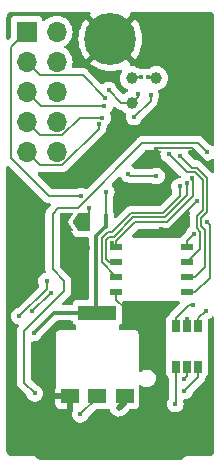
<source format=gbl>
G04 #@! TF.GenerationSoftware,KiCad,Pcbnew,7.0.1-3b83917a11~172~ubuntu22.04.1*
G04 #@! TF.CreationDate,2023-04-10T17:36:39+00:00*
G04 #@! TF.ProjectId,ducklace,6475636b-6c61-4636-952e-6b696361645f,rev?*
G04 #@! TF.SameCoordinates,Original*
G04 #@! TF.FileFunction,Copper,L2,Bot*
G04 #@! TF.FilePolarity,Positive*
%FSLAX46Y46*%
G04 Gerber Fmt 4.6, Leading zero omitted, Abs format (unit mm)*
G04 Created by KiCad (PCBNEW 7.0.1-3b83917a11~172~ubuntu22.04.1) date 2023-04-10 17:36:39*
%MOMM*%
%LPD*%
G01*
G04 APERTURE LIST*
G04 Aperture macros list*
%AMFreePoly0*
4,1,6,1.000000,0.000000,0.500000,-0.750000,-0.500000,-0.750000,-0.500000,0.750000,0.500000,0.750000,1.000000,0.000000,1.000000,0.000000,$1*%
%AMFreePoly1*
4,1,6,0.500000,-0.750000,-0.650000,-0.750000,-0.150000,0.000000,-0.650000,0.750000,0.500000,0.750000,0.500000,-0.750000,0.500000,-0.750000,$1*%
G04 Aperture macros list end*
G04 #@! TA.AperFunction,ComponentPad*
%ADD10R,1.700000X1.700000*%
G04 #@! TD*
G04 #@! TA.AperFunction,ComponentPad*
%ADD11O,1.700000X1.700000*%
G04 #@! TD*
G04 #@! TA.AperFunction,ComponentPad*
%ADD12C,0.700000*%
G04 #@! TD*
G04 #@! TA.AperFunction,ComponentPad*
%ADD13C,4.400000*%
G04 #@! TD*
G04 #@! TA.AperFunction,SMDPad,CuDef*
%ADD14C,1.000000*%
G04 #@! TD*
G04 #@! TA.AperFunction,SMDPad,CuDef*
%ADD15R,0.650000X1.000000*%
G04 #@! TD*
G04 #@! TA.AperFunction,SMDPad,CuDef*
%ADD16FreePoly0,180.000000*%
G04 #@! TD*
G04 #@! TA.AperFunction,SMDPad,CuDef*
%ADD17FreePoly1,180.000000*%
G04 #@! TD*
G04 #@! TA.AperFunction,SMDPad,CuDef*
%ADD18R,1.050000X0.595000*%
G04 #@! TD*
G04 #@! TA.AperFunction,SMDPad,CuDef*
%ADD19R,1.500000X1.200000*%
G04 #@! TD*
G04 #@! TA.AperFunction,SMDPad,CuDef*
%ADD20R,3.200000X1.250000*%
G04 #@! TD*
G04 #@! TA.AperFunction,ViaPad*
%ADD21C,0.400000*%
G04 #@! TD*
G04 #@! TA.AperFunction,Conductor*
%ADD22C,0.500000*%
G04 #@! TD*
G04 #@! TA.AperFunction,Conductor*
%ADD23C,0.200000*%
G04 #@! TD*
G04 #@! TA.AperFunction,Conductor*
%ADD24C,0.300000*%
G04 #@! TD*
G04 APERTURE END LIST*
D10*
G04 #@! TO.P,J2,1,Pin_1*
G04 #@! TO.N,+5V*
X90800000Y-82555000D03*
D11*
G04 #@! TO.P,J2,2,Pin_2*
G04 #@! TO.N,+3V3*
X93340000Y-82555000D03*
G04 #@! TO.P,J2,3,Pin_3*
G04 #@! TO.N,/EXP_RX*
X90800000Y-85095000D03*
G04 #@! TO.P,J2,4,Pin_4*
G04 #@! TO.N,unconnected-(J2-Pin_4-Pad4)*
X93340000Y-85095000D03*
G04 #@! TO.P,J2,5,Pin_5*
G04 #@! TO.N,/EXP_~{CS}*
X90800000Y-87635000D03*
G04 #@! TO.P,J2,6,Pin_6*
G04 #@! TO.N,/EXP_SDA*
X93340000Y-87635000D03*
G04 #@! TO.P,J2,7,Pin_7*
G04 #@! TO.N,/EXP_SCK*
X90800000Y-90175000D03*
G04 #@! TO.P,J2,8,Pin_8*
G04 #@! TO.N,/EXP_SCL*
X93340000Y-90175000D03*
G04 #@! TO.P,J2,9,Pin_9*
G04 #@! TO.N,/EXP_TX*
X90800000Y-92715000D03*
G04 #@! TO.P,J2,10,Pin_10*
G04 #@! TO.N,GND*
X93340000Y-92715000D03*
G04 #@! TD*
D12*
G04 #@! TO.P,H1,1,1*
G04 #@! TO.N,GND*
X96250000Y-83180000D03*
X96733274Y-82013274D03*
X96733274Y-84346726D03*
X97900000Y-81530000D03*
D13*
X97900000Y-83180000D03*
D12*
X97900000Y-84830000D03*
X99066726Y-82013274D03*
X99066726Y-84346726D03*
X99550000Y-83180000D03*
G04 #@! TD*
D14*
G04 #@! TO.P,CLK,1,1*
G04 #@! TO.N,/SWCLK*
X101800000Y-86480000D03*
G04 #@! TD*
G04 #@! TO.P,SWD,1,1*
G04 #@! TO.N,/SWD*
X99700000Y-86480000D03*
G04 #@! TD*
D15*
G04 #@! TO.P,U4,1,I/O1*
G04 #@! TO.N,/USBDP*
X105350000Y-107452800D03*
G04 #@! TO.P,U4,2,GND*
G04 #@! TO.N,GND*
X104400000Y-107452800D03*
G04 #@! TO.P,U4,3,I/O2*
G04 #@! TO.N,/USBDM*
X103450000Y-107452800D03*
G04 #@! TO.P,U4,4,I/O2*
G04 #@! TO.N,/D-*
X103450000Y-110907200D03*
G04 #@! TO.P,U4,5,VBUS*
G04 #@! TO.N,+5V*
X104400000Y-110907200D03*
G04 #@! TO.P,U4,6,I/O1*
G04 #@! TO.N,/D+*
X105350000Y-110907200D03*
G04 #@! TD*
D16*
G04 #@! TO.P,BOOT,1,A*
G04 #@! TO.N,/~{USB_BOOT}*
X95625000Y-98680000D03*
D17*
G04 #@! TO.P,BOOT,2,B*
G04 #@! TO.N,GND*
X94175000Y-98680000D03*
G04 #@! TD*
D14*
G04 #@! TO.P,RST,1,1*
G04 #@! TO.N,/RST*
X99700000Y-88580000D03*
G04 #@! TD*
D18*
G04 #@! TO.P,U3,1,~{CS}*
G04 #@! TO.N,/FLASH_CS*
X98375000Y-100775000D03*
G04 #@! TO.P,U3,2,DO(IO1)*
G04 #@! TO.N,/FLASH_SD1*
X98375000Y-102045000D03*
G04 #@! TO.P,U3,3,IO2*
G04 #@! TO.N,/FLASH_SD2*
X98375000Y-103315000D03*
G04 #@! TO.P,U3,4,GND*
G04 #@! TO.N,GND*
X98375000Y-104585000D03*
G04 #@! TO.P,U3,5,DI(IO0)*
G04 #@! TO.N,/FLASH_SD0*
X104425000Y-104582500D03*
G04 #@! TO.P,U3,6,CLK*
G04 #@! TO.N,/FLASH_CLK*
X104425000Y-103315000D03*
G04 #@! TO.P,U3,7,IO3*
G04 #@! TO.N,/FLASH_SD3*
X104425000Y-102045000D03*
G04 #@! TO.P,U3,8,VCC*
G04 #@! TO.N,+3V3*
X104425000Y-100775000D03*
G04 #@! TD*
D19*
G04 #@! TO.P,U2,1,GND*
G04 #@! TO.N,GND*
X94500000Y-113430000D03*
G04 #@! TO.P,U2,2,VO*
G04 #@! TO.N,+3V3*
X96800000Y-113430000D03*
D20*
X96800000Y-106355000D03*
D19*
G04 #@! TO.P,U2,3,VI*
G04 #@! TO.N,+5V*
X99100000Y-113430000D03*
G04 #@! TD*
D21*
G04 #@! TO.N,+5V*
X98600000Y-114380000D03*
X104100000Y-111980000D03*
X95400000Y-96480000D03*
G04 #@! TO.N,GND*
X105200000Y-96880000D03*
X92500000Y-95000000D03*
X94400000Y-105350000D03*
X96000000Y-100900000D03*
X101750000Y-92500000D03*
X103896800Y-89383200D03*
X103000000Y-87880000D03*
X91150000Y-96400000D03*
X106400000Y-94000000D03*
X101700000Y-106550000D03*
X101100000Y-110000000D03*
X91500000Y-110180000D03*
X104400000Y-106880000D03*
X94250000Y-100250000D03*
X98650000Y-96750000D03*
X102200000Y-99230000D03*
X99100000Y-105980000D03*
X101000000Y-113780000D03*
G04 #@! TO.N,+3V3*
X97500000Y-98130000D03*
X97550000Y-96100000D03*
X95366778Y-114962111D03*
X101800000Y-94780000D03*
X105000000Y-99680000D03*
X91400000Y-108080000D03*
X99400000Y-94580000D03*
G04 #@! TO.N,+1V1*
X99900000Y-89780000D03*
X101300500Y-87903230D03*
G04 #@! TO.N,/~{USB_BOOT}*
X96050000Y-97450000D03*
G04 #@! TO.N,/FLASH_CS*
X104837114Y-94957317D03*
X98053233Y-100403383D03*
G04 #@! TO.N,/USBDP*
X106000000Y-106180000D03*
G04 #@! TO.N,/USBDM*
X104900000Y-105680000D03*
G04 #@! TO.N,/RST*
X97750000Y-87500000D03*
X100200000Y-87812047D03*
G04 #@! TO.N,/SD_~{CS}*
X91300000Y-106230498D03*
X92906504Y-104686504D03*
G04 #@! TO.N,/SD_COPI*
X90200000Y-106629502D03*
X92499500Y-103680000D03*
G04 #@! TO.N,/SWCLK*
X101100000Y-86380000D03*
G04 #@! TO.N,/SWD*
X100500501Y-86381770D03*
G04 #@! TO.N,/FLASH_SD3*
X102849313Y-92929312D03*
G04 #@! TO.N,/FLASH_CLK*
X103803809Y-93076191D03*
G04 #@! TO.N,/FLASH_SD0*
X106099538Y-98700000D03*
G04 #@! TO.N,/FLASH_SD2*
X103758276Y-95651631D03*
G04 #@! TO.N,/FLASH_SD1*
X104390625Y-95357380D03*
G04 #@! TO.N,/D-*
X103400000Y-114080000D03*
G04 #@! TO.N,/D+*
X104174750Y-112954750D03*
G04 #@! TO.N,/SD_DET*
X91500000Y-113180000D03*
X106107047Y-92780000D03*
G04 #@! TO.N,/EXP_TX*
X96909739Y-90374635D03*
G04 #@! TO.N,/EXP_SCK*
X97229177Y-89852700D03*
G04 #@! TO.N,/EXP_~{CS}*
X97396800Y-88853200D03*
G04 #@! TO.N,/EXP_RX*
X97462563Y-88152000D03*
G04 #@! TD*
D22*
G04 #@! TO.N,+5V*
X99100000Y-113880000D02*
X98600000Y-114380000D01*
D23*
X104400000Y-110907200D02*
X104400000Y-111680000D01*
X89500000Y-93250000D02*
X89500000Y-83855000D01*
X95400000Y-96480000D02*
X92730000Y-96480000D01*
X92730000Y-96480000D02*
X89500000Y-93250000D01*
D22*
X99100000Y-113430000D02*
X99100000Y-113880000D01*
D23*
X89500000Y-83855000D02*
X90800000Y-82555000D01*
X104400000Y-111680000D02*
X104100000Y-111980000D01*
G04 #@! TO.N,GND*
X101820688Y-92429312D02*
X101750000Y-92500000D01*
X98375000Y-105255000D02*
X99100000Y-105980000D01*
X106400000Y-94000000D02*
X104829312Y-92429312D01*
X102850000Y-99230000D02*
X102200000Y-99230000D01*
X104829312Y-92429312D02*
X101820688Y-92429312D01*
X101750000Y-92500000D02*
X101750000Y-93500000D01*
X94175000Y-98680000D02*
X94175000Y-100175000D01*
X98375000Y-104585000D02*
X98375000Y-105255000D01*
X104400000Y-107452800D02*
X104400000Y-106880000D01*
X94175000Y-100175000D02*
X94250000Y-100250000D01*
X105200000Y-96880000D02*
X102850000Y-99230000D01*
G04 #@! TO.N,+3V3*
X101800000Y-94780000D02*
X99600000Y-94780000D01*
X96800000Y-113528889D02*
X95366778Y-114962111D01*
D24*
X97500000Y-98130000D02*
X97500000Y-99053383D01*
X91400000Y-108080000D02*
X93125000Y-106355000D01*
D23*
X96800000Y-113430000D02*
X96800000Y-113528889D01*
X105000000Y-99680000D02*
X104425000Y-100255000D01*
D24*
X97472035Y-99053383D02*
X96700000Y-99825418D01*
X96700000Y-99825418D02*
X96700000Y-106255000D01*
D23*
X97550000Y-98080000D02*
X97500000Y-98130000D01*
X104425000Y-100255000D02*
X104425000Y-100775000D01*
D24*
X93125000Y-106355000D02*
X96800000Y-106355000D01*
X97500000Y-99053383D02*
X97472035Y-99053383D01*
D23*
X99600000Y-94780000D02*
X99400000Y-94580000D01*
X97550000Y-96100000D02*
X97550000Y-98080000D01*
D24*
X96700000Y-106255000D02*
X96800000Y-106355000D01*
D23*
G04 #@! TO.N,+1V1*
X101300500Y-88379500D02*
X99900000Y-89780000D01*
X101300500Y-87903230D02*
X101300500Y-88379500D01*
G04 #@! TO.N,/~{USB_BOOT}*
X96050000Y-98255000D02*
X95625000Y-98680000D01*
X96050000Y-97450000D02*
X96050000Y-98255000D01*
G04 #@! TO.N,/FLASH_CS*
X98375000Y-100775000D02*
X98375000Y-100305000D01*
X104890625Y-95150273D02*
X104837114Y-95096762D01*
X102692893Y-98680000D02*
X104890625Y-96482268D01*
X98053233Y-100453233D02*
X98375000Y-100775000D01*
X104890625Y-96482268D02*
X104890625Y-95150273D01*
X104837114Y-95096762D02*
X104837114Y-94957317D01*
X98375000Y-100305000D02*
X100000000Y-98680000D01*
X98053233Y-100403383D02*
X98053233Y-100453233D01*
X100000000Y-98680000D02*
X102692893Y-98680000D01*
G04 #@! TO.N,/USBDP*
X105350000Y-107452800D02*
X105350000Y-106830000D01*
X105350000Y-106830000D02*
X106000000Y-106180000D01*
G04 #@! TO.N,/USBDM*
X104900000Y-105680000D02*
X104522800Y-105680000D01*
X103450000Y-106752800D02*
X103450000Y-107452800D01*
X104522800Y-105680000D02*
X103450000Y-106752800D01*
G04 #@! TO.N,/RST*
X100200000Y-88080000D02*
X99700000Y-88580000D01*
X100200000Y-87812047D02*
X100200000Y-88080000D01*
X98830000Y-88580000D02*
X97750000Y-87500000D01*
X99700000Y-88580000D02*
X98830000Y-88580000D01*
G04 #@! TO.N,/SD_~{CS}*
X92906504Y-104686504D02*
X92843994Y-104686504D01*
X92843994Y-104686504D02*
X91300000Y-106230498D01*
G04 #@! TO.N,/SD_COPI*
X92499500Y-104323891D02*
X92499500Y-103680000D01*
X90200000Y-106629502D02*
X90200000Y-106623391D01*
X90200000Y-106623391D02*
X92499500Y-104323891D01*
G04 #@! TO.N,/SWCLK*
X101100000Y-86380000D02*
X101700000Y-86380000D01*
X101700000Y-86380000D02*
X101800000Y-86480000D01*
G04 #@! TO.N,/SWD*
X100500501Y-86381770D02*
X99798230Y-86381770D01*
X99798230Y-86381770D02*
X99700000Y-86480000D01*
G04 #@! TO.N,/FLASH_SD3*
X105500000Y-99472893D02*
X105500000Y-100970000D01*
X105200000Y-99172893D02*
X105500000Y-99472893D01*
X105044221Y-94457317D02*
X105700000Y-95113096D01*
X105700000Y-97645685D02*
X105200000Y-98145685D01*
X105700000Y-95113096D02*
X105700000Y-97645685D01*
X105500000Y-100970000D02*
X104425000Y-102045000D01*
X104377318Y-94457317D02*
X105044221Y-94457317D01*
X105200000Y-98145685D02*
X105200000Y-99172893D01*
X102849313Y-92929312D02*
X104377318Y-94457317D01*
G04 #@! TO.N,/FLASH_CLK*
X105600000Y-99007207D02*
X105600000Y-98311371D01*
X105209907Y-94057317D02*
X104777317Y-94057317D01*
X106100000Y-97811371D02*
X106100000Y-94947410D01*
X105600000Y-98311371D02*
X106100000Y-97811371D01*
X106100000Y-94947410D02*
X105209907Y-94057317D01*
X104425000Y-103315000D02*
X105065000Y-103315000D01*
X103803809Y-93083809D02*
X103803809Y-93076191D01*
X105900000Y-102480000D02*
X105900000Y-99307207D01*
X104777317Y-94057317D02*
X103803809Y-93083809D01*
X105900000Y-99307207D02*
X105600000Y-99007207D01*
X105065000Y-103315000D02*
X105900000Y-102480000D01*
G04 #@! TO.N,/FLASH_SD0*
X105097500Y-104582500D02*
X104425000Y-104582500D01*
X106300000Y-103380000D02*
X105097500Y-104582500D01*
X106099538Y-98700000D02*
X106300000Y-98900462D01*
X106300000Y-98900462D02*
X106300000Y-103380000D01*
G04 #@! TO.N,/FLASH_SD2*
X98045245Y-99503383D02*
X97658431Y-99503383D01*
X97658431Y-99503383D02*
X97150000Y-100011814D01*
X97150000Y-100011814D02*
X97150000Y-102090000D01*
X103758276Y-96483245D02*
X102361521Y-97880000D01*
X103758276Y-95651631D02*
X103758276Y-96483245D01*
X99668628Y-97880000D02*
X98045245Y-99503383D01*
X97150000Y-102090000D02*
X98375000Y-103315000D01*
X102361521Y-97880000D02*
X99668628Y-97880000D01*
G04 #@! TO.N,/FLASH_SD1*
X97824117Y-99903383D02*
X98210931Y-99903383D01*
X99834314Y-98280000D02*
X102527207Y-98280000D01*
X98210931Y-99903383D02*
X99834314Y-98280000D01*
X104390625Y-96416582D02*
X104390625Y-95357380D01*
X98375000Y-102045000D02*
X97765000Y-102045000D01*
X102527207Y-98280000D02*
X104390625Y-96416582D01*
X97550000Y-100177500D02*
X97824117Y-99903383D01*
X97765000Y-102045000D02*
X97550000Y-101830000D01*
X97550000Y-101830000D02*
X97550000Y-100177500D01*
G04 #@! TO.N,/D-*
X103400000Y-114080000D02*
X103450000Y-114030000D01*
X103450000Y-114030000D02*
X103450000Y-110907200D01*
G04 #@! TO.N,/D+*
X105350000Y-111779500D02*
X105350000Y-110907200D01*
X104174750Y-112954750D02*
X105350000Y-111779500D01*
G04 #@! TO.N,/SD_DET*
X90600000Y-112280000D02*
X90600000Y-107880000D01*
X91500000Y-113180000D02*
X90600000Y-112280000D01*
X105327047Y-92000000D02*
X106107047Y-92780000D01*
X95120000Y-97480000D02*
X100600000Y-92000000D01*
X94000000Y-104480000D02*
X94000000Y-103680000D01*
X94000000Y-103680000D02*
X93000000Y-102680000D01*
X93000000Y-102680000D02*
X93000000Y-97980368D01*
X93000000Y-97980368D02*
X93500368Y-97480000D01*
X93500368Y-97480000D02*
X95120000Y-97480000D01*
X90600000Y-107880000D02*
X94000000Y-104480000D01*
X100600000Y-92000000D02*
X105327047Y-92000000D01*
G04 #@! TO.N,/EXP_TX*
X96909739Y-90374635D02*
X96909739Y-90771607D01*
X96909739Y-90771607D02*
X93816346Y-93865000D01*
X91950000Y-93865000D02*
X90800000Y-92715000D01*
X93816346Y-93865000D02*
X91950000Y-93865000D01*
G04 #@! TO.N,/EXP_SCK*
X95288646Y-89852700D02*
X93816346Y-91325000D01*
X97229177Y-89852700D02*
X95288646Y-89852700D01*
X93816346Y-91325000D02*
X91950000Y-91325000D01*
X91950000Y-91325000D02*
X90800000Y-90175000D01*
G04 #@! TO.N,/EXP_~{CS}*
X90800000Y-87635000D02*
X92018200Y-88853200D01*
X92018200Y-88853200D02*
X97396800Y-88853200D01*
G04 #@! TO.N,/EXP_RX*
X91950000Y-86245000D02*
X90800000Y-85095000D01*
X97462563Y-88152000D02*
X95555563Y-86245000D01*
X95555563Y-86245000D02*
X91950000Y-86245000D01*
G04 #@! TD*
G04 #@! TA.AperFunction,Conductor*
G04 #@! TO.N,GND*
G36*
X89262818Y-93881166D02*
G01*
X89312181Y-93911416D01*
X92271799Y-96871034D01*
X92282494Y-96883229D01*
X92301717Y-96908282D01*
X92363207Y-96955464D01*
X92427159Y-97004536D01*
X92573238Y-97065044D01*
X92730000Y-97085682D01*
X92731105Y-97085536D01*
X92791727Y-97092708D01*
X92841582Y-97127939D01*
X92868585Y-97182690D01*
X92866189Y-97243690D01*
X92834976Y-97296155D01*
X92608965Y-97522166D01*
X92596774Y-97532858D01*
X92571719Y-97552084D01*
X92496956Y-97649518D01*
X92496955Y-97649519D01*
X92475463Y-97677527D01*
X92414956Y-97823605D01*
X92394317Y-97980367D01*
X92398439Y-98011669D01*
X92399500Y-98027855D01*
X92399500Y-102632513D01*
X92398439Y-102648699D01*
X92394317Y-102680000D01*
X92399500Y-102719360D01*
X92399500Y-102719361D01*
X92417087Y-102852947D01*
X92416942Y-102852965D01*
X92422685Y-102884980D01*
X92409427Y-102936259D01*
X92375981Y-102977328D01*
X92328449Y-103000695D01*
X92249274Y-103020210D01*
X92098649Y-103099265D01*
X91971315Y-103212072D01*
X91874682Y-103352069D01*
X91814360Y-103511127D01*
X91793854Y-103679999D01*
X91814360Y-103848874D01*
X91871424Y-103999341D01*
X91879457Y-104045808D01*
X91869559Y-104091915D01*
X91843163Y-104130992D01*
X90046768Y-105927386D01*
X89988765Y-105960101D01*
X89949775Y-105969712D01*
X89799150Y-106048766D01*
X89671815Y-106161574D01*
X89575182Y-106301571D01*
X89514860Y-106460629D01*
X89494354Y-106629502D01*
X89514860Y-106798374D01*
X89575182Y-106957432D01*
X89671815Y-107097429D01*
X89671816Y-107097430D01*
X89671817Y-107097431D01*
X89799148Y-107210236D01*
X89949775Y-107289292D01*
X90057055Y-107315734D01*
X90110768Y-107344356D01*
X90144392Y-107395090D01*
X90149824Y-107455712D01*
X90125757Y-107511615D01*
X90092111Y-107555464D01*
X90081747Y-107568970D01*
X90075462Y-107577161D01*
X90014956Y-107723237D01*
X89994317Y-107879999D01*
X89998439Y-107911301D01*
X89999500Y-107927487D01*
X89999500Y-112232513D01*
X89998439Y-112248699D01*
X89994317Y-112280000D01*
X90001678Y-112335909D01*
X90005448Y-112364544D01*
X90014956Y-112436762D01*
X90068559Y-112566170D01*
X90075464Y-112582841D01*
X90171716Y-112708281D01*
X90196768Y-112727503D01*
X90208964Y-112738199D01*
X90793119Y-113322354D01*
X90821380Y-113366064D01*
X90875182Y-113507930D01*
X90971815Y-113647927D01*
X90971816Y-113647928D01*
X90971817Y-113647929D01*
X91099148Y-113760734D01*
X91249775Y-113839790D01*
X91414944Y-113880500D01*
X91585055Y-113880500D01*
X91585056Y-113880500D01*
X91750225Y-113839790D01*
X91900852Y-113760734D01*
X91991982Y-113680000D01*
X93250000Y-113680000D01*
X93250000Y-114077824D01*
X93256402Y-114137375D01*
X93306647Y-114272089D01*
X93392811Y-114387188D01*
X93507910Y-114473352D01*
X93642624Y-114523597D01*
X93702176Y-114530000D01*
X94250000Y-114530000D01*
X94250000Y-113680000D01*
X93250000Y-113680000D01*
X91991982Y-113680000D01*
X92028183Y-113647929D01*
X92124818Y-113507930D01*
X92185140Y-113348872D01*
X92205645Y-113180000D01*
X92185140Y-113011128D01*
X92124818Y-112852070D01*
X92076500Y-112782070D01*
X92028184Y-112712072D01*
X91952746Y-112645240D01*
X91900852Y-112599266D01*
X91863919Y-112579882D01*
X91750224Y-112520209D01*
X91703126Y-112508601D01*
X91645120Y-112475885D01*
X91236819Y-112067584D01*
X91209939Y-112027356D01*
X91200500Y-111979903D01*
X91200500Y-108904500D01*
X91217113Y-108842500D01*
X91262500Y-108797113D01*
X91324500Y-108780500D01*
X91485055Y-108780500D01*
X91485056Y-108780500D01*
X91650225Y-108739790D01*
X91800852Y-108660734D01*
X91928183Y-108547929D01*
X92024818Y-108407930D01*
X92035420Y-108379972D01*
X92063679Y-108336265D01*
X93358126Y-107041819D01*
X93398355Y-107014939D01*
X93445808Y-107005500D01*
X94589236Y-107005500D01*
X94638049Y-107015512D01*
X94678979Y-107043930D01*
X94705418Y-107086167D01*
X94709619Y-107097431D01*
X94756204Y-107222331D01*
X94842454Y-107337546D01*
X94949812Y-107417914D01*
X94986384Y-107461676D01*
X94999500Y-107517180D01*
X94999500Y-107645587D01*
X94990062Y-107693037D01*
X94963186Y-107733264D01*
X94953274Y-107743177D01*
X94913044Y-107770060D01*
X94865588Y-107779500D01*
X93647273Y-107779500D01*
X93545412Y-107806792D01*
X93454085Y-107859520D01*
X93379520Y-107934085D01*
X93326792Y-108025412D01*
X93299500Y-108127273D01*
X93299500Y-112536395D01*
X93301253Y-112544077D01*
X93304088Y-112579882D01*
X93296543Y-112614997D01*
X93256402Y-112722621D01*
X93250000Y-112782176D01*
X93250000Y-113180000D01*
X94626000Y-113180000D01*
X94688000Y-113196613D01*
X94733387Y-113242000D01*
X94750000Y-113304000D01*
X94750000Y-114570036D01*
X94752420Y-114581309D01*
X94744387Y-114627777D01*
X94681638Y-114793236D01*
X94661132Y-114962111D01*
X94681638Y-115130983D01*
X94741960Y-115290041D01*
X94838593Y-115430038D01*
X94838594Y-115430039D01*
X94838595Y-115430040D01*
X94965926Y-115542845D01*
X95116553Y-115621901D01*
X95281722Y-115662611D01*
X95451833Y-115662611D01*
X95451834Y-115662611D01*
X95617003Y-115621901D01*
X95767630Y-115542845D01*
X95894961Y-115430040D01*
X95991596Y-115290041D01*
X96045398Y-115148172D01*
X96073657Y-115104465D01*
X96611305Y-114566818D01*
X96651533Y-114539938D01*
X96698986Y-114530499D01*
X97597870Y-114530499D01*
X97597872Y-114530499D01*
X97657483Y-114524091D01*
X97658808Y-114523597D01*
X97715280Y-114502534D01*
X97783046Y-114497146D01*
X97843469Y-114528295D01*
X97878389Y-114586621D01*
X97897777Y-114658977D01*
X97981040Y-114813399D01*
X98097674Y-114944459D01*
X98241386Y-115045087D01*
X98241387Y-115045087D01*
X98241388Y-115045088D01*
X98404433Y-115109862D01*
X98578023Y-115135289D01*
X98752797Y-115119999D01*
X98919334Y-115064814D01*
X99068656Y-114972712D01*
X99474549Y-114566817D01*
X99514777Y-114539938D01*
X99562230Y-114530499D01*
X99897870Y-114530499D01*
X99897872Y-114530499D01*
X99957483Y-114524091D01*
X100092331Y-114473796D01*
X100207546Y-114387546D01*
X100293796Y-114272331D01*
X100344091Y-114137483D01*
X100350500Y-114077873D01*
X100350499Y-112782128D01*
X100344091Y-112722517D01*
X100303657Y-112614109D01*
X100296112Y-112578990D01*
X100298949Y-112543185D01*
X100300103Y-112538130D01*
X100329053Y-112482526D01*
X100381503Y-112448188D01*
X100444047Y-112443894D01*
X100500696Y-112470742D01*
X100584786Y-112541302D01*
X100741567Y-112620040D01*
X100741568Y-112620040D01*
X100741570Y-112620041D01*
X100912277Y-112660500D01*
X100912279Y-112660500D01*
X101043704Y-112660500D01*
X101043709Y-112660500D01*
X101174255Y-112645241D01*
X101339117Y-112585237D01*
X101485696Y-112488830D01*
X101606092Y-112361218D01*
X101693812Y-112209281D01*
X101744130Y-112041210D01*
X101754331Y-111866065D01*
X101723865Y-111693289D01*
X101654377Y-111532196D01*
X101549610Y-111391470D01*
X101487239Y-111339134D01*
X101415216Y-111278699D01*
X101258429Y-111199958D01*
X101087723Y-111159500D01*
X101087721Y-111159500D01*
X100956291Y-111159500D01*
X100874699Y-111169036D01*
X100825742Y-111174759D01*
X100660883Y-111234762D01*
X100502196Y-111339134D01*
X100502075Y-111338951D01*
X100465553Y-111362670D01*
X100407243Y-111368456D01*
X100352787Y-111346823D01*
X100314345Y-111302600D01*
X100300500Y-111245663D01*
X100300500Y-108127273D01*
X100273207Y-108025412D01*
X100220479Y-107934085D01*
X100145914Y-107859520D01*
X100054587Y-107806792D01*
X99952727Y-107779500D01*
X99922590Y-107779500D01*
X98734413Y-107779500D01*
X98686963Y-107770062D01*
X98646736Y-107743186D01*
X98636823Y-107733274D01*
X98609940Y-107693044D01*
X98600500Y-107645588D01*
X98600500Y-107517180D01*
X98613616Y-107461676D01*
X98650187Y-107417914D01*
X98757546Y-107337546D01*
X98843796Y-107222331D01*
X98894091Y-107087483D01*
X98900500Y-107027873D01*
X98900499Y-105682128D01*
X98894091Y-105622517D01*
X98865874Y-105546864D01*
X98858654Y-105491380D01*
X98876561Y-105438368D01*
X98915951Y-105398625D01*
X98968801Y-105380245D01*
X99001121Y-105376770D01*
X99046472Y-105380285D01*
X99047273Y-105380500D01*
X99047276Y-105380500D01*
X103673702Y-105380500D01*
X103729997Y-105394015D01*
X103774020Y-105431615D01*
X103796175Y-105485102D01*
X103791633Y-105542818D01*
X103761383Y-105592181D01*
X103058965Y-106294598D01*
X103046774Y-106305290D01*
X103021721Y-106324515D01*
X103021719Y-106324516D01*
X103021718Y-106324518D01*
X102938313Y-106433214D01*
X102925464Y-106449959D01*
X102922266Y-106457680D01*
X102882017Y-106509492D01*
X102767454Y-106595253D01*
X102681204Y-106710468D01*
X102631335Y-106844173D01*
X102630909Y-106845317D01*
X102626125Y-106889819D01*
X102624500Y-106904930D01*
X102624500Y-108000669D01*
X102630909Y-108060283D01*
X102637123Y-108076943D01*
X102644810Y-108125965D01*
X102632662Y-108174076D01*
X102629610Y-108180411D01*
X102599500Y-108312339D01*
X102599500Y-110047661D01*
X102629611Y-110179588D01*
X102632661Y-110185922D01*
X102644809Y-110234031D01*
X102637124Y-110283051D01*
X102630909Y-110299715D01*
X102624500Y-110359330D01*
X102624500Y-111455069D01*
X102630909Y-111514684D01*
X102637441Y-111532196D01*
X102681204Y-111649531D01*
X102767454Y-111764746D01*
X102767455Y-111764747D01*
X102799810Y-111788968D01*
X102836384Y-111832730D01*
X102849500Y-111888235D01*
X102849500Y-113605762D01*
X102843885Y-113642652D01*
X102827550Y-113676202D01*
X102775182Y-113752069D01*
X102714860Y-113911127D01*
X102694354Y-114079999D01*
X102714860Y-114248872D01*
X102775182Y-114407930D01*
X102871815Y-114547927D01*
X102871816Y-114547928D01*
X102871817Y-114547929D01*
X102999148Y-114660734D01*
X103149775Y-114739790D01*
X103314944Y-114780500D01*
X103485055Y-114780500D01*
X103485056Y-114780500D01*
X103650225Y-114739790D01*
X103800852Y-114660734D01*
X103928183Y-114547929D01*
X104024818Y-114407930D01*
X104085140Y-114248872D01*
X104105645Y-114080000D01*
X104085140Y-113911128D01*
X104085139Y-113911125D01*
X104058558Y-113841035D01*
X104050500Y-113797065D01*
X104050500Y-113779250D01*
X104067113Y-113717250D01*
X104112500Y-113671863D01*
X104174500Y-113655250D01*
X104259805Y-113655250D01*
X104259806Y-113655250D01*
X104424975Y-113614540D01*
X104575602Y-113535484D01*
X104702933Y-113422679D01*
X104799568Y-113282680D01*
X104853370Y-113140813D01*
X104881629Y-113097105D01*
X105741044Y-112237690D01*
X105753234Y-112227001D01*
X105778282Y-112207782D01*
X105832778Y-112136762D01*
X105874536Y-112082341D01*
X105935044Y-111936262D01*
X105942616Y-111878743D01*
X105958538Y-111832293D01*
X105991243Y-111795665D01*
X106032546Y-111764746D01*
X106118796Y-111649531D01*
X106169091Y-111514683D01*
X106175500Y-111455073D01*
X106175499Y-110359328D01*
X106169091Y-110299717D01*
X106162876Y-110283055D01*
X106155189Y-110234031D01*
X106167342Y-110185914D01*
X106170389Y-110179588D01*
X106200500Y-110047660D01*
X106200500Y-109980000D01*
X106200500Y-109940118D01*
X106200500Y-108357410D01*
X106200500Y-108312340D01*
X106170389Y-108180412D01*
X106167337Y-108174076D01*
X106155189Y-108125966D01*
X106162877Y-108076943D01*
X106169091Y-108060283D01*
X106175500Y-108000673D01*
X106175499Y-106953968D01*
X106193382Y-106889819D01*
X106241873Y-106844173D01*
X106250223Y-106839790D01*
X106250225Y-106839790D01*
X106400852Y-106760734D01*
X106493274Y-106678855D01*
X106542925Y-106652027D01*
X106599324Y-106649982D01*
X106650788Y-106673145D01*
X106686657Y-106716716D01*
X106699500Y-106771672D01*
X106699500Y-118071873D01*
X106698439Y-118088060D01*
X106688017Y-118167215D01*
X106679639Y-118198480D01*
X106652225Y-118264664D01*
X106636039Y-118292699D01*
X106592425Y-118349537D01*
X106569537Y-118372425D01*
X106512699Y-118416039D01*
X106484664Y-118432225D01*
X106418480Y-118459639D01*
X106387215Y-118468017D01*
X106324008Y-118476339D01*
X106308057Y-118478439D01*
X106291873Y-118479500D01*
X104521156Y-118479500D01*
X104366505Y-118510261D01*
X104220820Y-118570606D01*
X104089712Y-118658210D01*
X104004240Y-118743682D01*
X103964011Y-118770561D01*
X103916559Y-118780000D01*
X91883441Y-118780000D01*
X91835989Y-118770561D01*
X91795760Y-118743682D01*
X91753867Y-118701789D01*
X91710289Y-118658211D01*
X91579179Y-118570606D01*
X91433494Y-118510261D01*
X91278844Y-118479500D01*
X91278842Y-118479500D01*
X91222590Y-118479500D01*
X89508127Y-118479500D01*
X89491942Y-118478439D01*
X89472563Y-118475887D01*
X89412784Y-118468017D01*
X89381519Y-118459639D01*
X89315335Y-118432225D01*
X89287300Y-118416039D01*
X89230462Y-118372425D01*
X89207574Y-118349537D01*
X89163960Y-118292699D01*
X89147774Y-118264664D01*
X89120360Y-118198480D01*
X89111982Y-118167213D01*
X89101561Y-118088058D01*
X89100500Y-118071873D01*
X89100500Y-93999097D01*
X89114015Y-93942802D01*
X89151615Y-93898779D01*
X89205102Y-93876624D01*
X89262818Y-93881166D01*
G37*
G04 #@! TD.AperFunction*
G04 #@! TA.AperFunction,Conductor*
G36*
X94248980Y-98098125D02*
G01*
X94294587Y-98145990D01*
X94309114Y-98210487D01*
X94288433Y-98273283D01*
X94204276Y-98399517D01*
X94150496Y-98505284D01*
X94122845Y-98620673D01*
X94122845Y-98739327D01*
X94150496Y-98854715D01*
X94204276Y-98960482D01*
X94704276Y-99710483D01*
X94783545Y-99802548D01*
X94785134Y-99804393D01*
X94886406Y-99875816D01*
X95002010Y-99920461D01*
X95063505Y-99928054D01*
X95124998Y-99935647D01*
X95125000Y-99935647D01*
X95925500Y-99935647D01*
X95987500Y-99952260D01*
X96032887Y-99997647D01*
X96049500Y-100059647D01*
X96049500Y-105105501D01*
X96032887Y-105167501D01*
X95987500Y-105212888D01*
X95925500Y-105229501D01*
X95152128Y-105229501D01*
X95122322Y-105232705D01*
X95092515Y-105235909D01*
X94957669Y-105286204D01*
X94842454Y-105372454D01*
X94756204Y-105487669D01*
X94705418Y-105623833D01*
X94678979Y-105666070D01*
X94638049Y-105694488D01*
X94589236Y-105704500D01*
X93924097Y-105704500D01*
X93867802Y-105690985D01*
X93823779Y-105653385D01*
X93801624Y-105599898D01*
X93806166Y-105542182D01*
X93836416Y-105492819D01*
X93957619Y-105371616D01*
X94391043Y-104938190D01*
X94403223Y-104927509D01*
X94428282Y-104908282D01*
X94524536Y-104782841D01*
X94585044Y-104636762D01*
X94600500Y-104519361D01*
X94605682Y-104480000D01*
X94601560Y-104448697D01*
X94600500Y-104432513D01*
X94600500Y-103727494D01*
X94601561Y-103711308D01*
X94605683Y-103680000D01*
X94585044Y-103523238D01*
X94524536Y-103377159D01*
X94430619Y-103254763D01*
X94428282Y-103251717D01*
X94403229Y-103232494D01*
X94391034Y-103221799D01*
X93636819Y-102467584D01*
X93609939Y-102427356D01*
X93600500Y-102379903D01*
X93600500Y-98280465D01*
X93609939Y-98233012D01*
X93636819Y-98192784D01*
X93712784Y-98116819D01*
X93753012Y-98089939D01*
X93800465Y-98080500D01*
X94185259Y-98080500D01*
X94248980Y-98098125D01*
G37*
G04 #@! TD.AperFunction*
G04 #@! TA.AperFunction,Conductor*
G36*
X104570091Y-97747785D02*
G01*
X104626063Y-97785184D01*
X104654246Y-97846317D01*
X104646334Y-97913168D01*
X104614956Y-97988922D01*
X104594317Y-98145684D01*
X104598439Y-98176986D01*
X104599500Y-98193172D01*
X104599500Y-99043146D01*
X104588576Y-99094037D01*
X104557727Y-99135961D01*
X104471817Y-99212069D01*
X104375181Y-99352070D01*
X104321380Y-99493934D01*
X104293119Y-99537644D01*
X104033965Y-99796798D01*
X104021773Y-99807491D01*
X103996717Y-99826717D01*
X103930597Y-99912889D01*
X103930594Y-99912890D01*
X103916358Y-99931444D01*
X103878699Y-99964075D01*
X103831236Y-99979246D01*
X103797531Y-99982869D01*
X103754059Y-99979500D01*
X103752727Y-99979500D01*
X103722590Y-99979500D01*
X99849097Y-99979500D01*
X99792802Y-99965985D01*
X99748779Y-99928385D01*
X99726624Y-99874898D01*
X99731166Y-99817182D01*
X99761416Y-99767819D01*
X100212416Y-99316819D01*
X100252644Y-99289939D01*
X100300097Y-99280500D01*
X102645406Y-99280500D01*
X102661590Y-99281560D01*
X102692893Y-99285682D01*
X102849655Y-99265044D01*
X102995734Y-99204536D01*
X103039384Y-99171042D01*
X103121175Y-99108282D01*
X103140402Y-99083223D01*
X103151083Y-99071043D01*
X104444093Y-97778034D01*
X104502826Y-97745142D01*
X104570091Y-97747785D01*
G37*
G04 #@! TD.AperFunction*
G04 #@! TA.AperFunction,Conductor*
G36*
X102102809Y-92614703D02*
G01*
X102147233Y-92654058D01*
X102168280Y-92709549D01*
X102163947Y-92745246D01*
X102165988Y-92745494D01*
X102143667Y-92929312D01*
X102164173Y-93098184D01*
X102224495Y-93257242D01*
X102321128Y-93397239D01*
X102321129Y-93397240D01*
X102321130Y-93397241D01*
X102448461Y-93510046D01*
X102599088Y-93589102D01*
X102646185Y-93600709D01*
X102704191Y-93633425D01*
X103810216Y-94739450D01*
X103840466Y-94788813D01*
X103845008Y-94846529D01*
X103822853Y-94900016D01*
X103778830Y-94937616D01*
X103722535Y-94951131D01*
X103673220Y-94951131D01*
X103640560Y-94959180D01*
X103508051Y-94991840D01*
X103357425Y-95070896D01*
X103230091Y-95183703D01*
X103133458Y-95323700D01*
X103073136Y-95482758D01*
X103052630Y-95651631D01*
X103073136Y-95820503D01*
X103133458Y-95979561D01*
X103135824Y-95982989D01*
X103152161Y-96016539D01*
X103157776Y-96053431D01*
X103157776Y-96183148D01*
X103148337Y-96230601D01*
X103121457Y-96270829D01*
X102149105Y-97243181D01*
X102108877Y-97270061D01*
X102061424Y-97279500D01*
X99716115Y-97279500D01*
X99699930Y-97278439D01*
X99696004Y-97277922D01*
X99668627Y-97274317D01*
X99524916Y-97293238D01*
X99518390Y-97294097D01*
X99511865Y-97294956D01*
X99365787Y-97355463D01*
X99240344Y-97451718D01*
X99221122Y-97476770D01*
X99210428Y-97488964D01*
X98409464Y-98289928D01*
X98357240Y-98321070D01*
X98296490Y-98323640D01*
X98241822Y-98297022D01*
X98206380Y-98247615D01*
X98198687Y-98187301D01*
X98205645Y-98130000D01*
X98185140Y-97961128D01*
X98173335Y-97930000D01*
X98158558Y-97891035D01*
X98150500Y-97847065D01*
X98150500Y-96501800D01*
X98156115Y-96464908D01*
X98172452Y-96431358D01*
X98172886Y-96430728D01*
X98174818Y-96427930D01*
X98235140Y-96268872D01*
X98255645Y-96100000D01*
X98235140Y-95931128D01*
X98174818Y-95772070D01*
X98126500Y-95702070D01*
X98078184Y-95632072D01*
X98078183Y-95632071D01*
X98038375Y-95596804D01*
X98002219Y-95540882D01*
X98000207Y-95474316D01*
X98032921Y-95416312D01*
X98575260Y-94873973D01*
X98627838Y-94842728D01*
X98688958Y-94840417D01*
X98743748Y-94867603D01*
X98764418Y-94897064D01*
X98766629Y-94895539D01*
X98871815Y-95047927D01*
X98871816Y-95047928D01*
X98871817Y-95047929D01*
X98999148Y-95160734D01*
X99149775Y-95239790D01*
X99217381Y-95256452D01*
X99263194Y-95278474D01*
X99297158Y-95304535D01*
X99297159Y-95304536D01*
X99443238Y-95365044D01*
X99568698Y-95381561D01*
X99599999Y-95385682D01*
X99599999Y-95385681D01*
X99600000Y-95385682D01*
X99631302Y-95381560D01*
X99647487Y-95380500D01*
X101406246Y-95380500D01*
X101463871Y-95394703D01*
X101549775Y-95439790D01*
X101714944Y-95480500D01*
X101885055Y-95480500D01*
X101885056Y-95480500D01*
X102050225Y-95439790D01*
X102200852Y-95360734D01*
X102328183Y-95247929D01*
X102424818Y-95107930D01*
X102485140Y-94948872D01*
X102505645Y-94780000D01*
X102485140Y-94611128D01*
X102424818Y-94452070D01*
X102328183Y-94312071D01*
X102200852Y-94199266D01*
X102186588Y-94191780D01*
X102050224Y-94120209D01*
X101925764Y-94089533D01*
X101885056Y-94079500D01*
X101714944Y-94079500D01*
X101682284Y-94087549D01*
X101549775Y-94120209D01*
X101492171Y-94150443D01*
X101463871Y-94165296D01*
X101406246Y-94179500D01*
X100039806Y-94179500D01*
X99982180Y-94165297D01*
X99937756Y-94125940D01*
X99928184Y-94112072D01*
X99928183Y-94112071D01*
X99800852Y-93999266D01*
X99719956Y-93956808D01*
X99676608Y-93918984D01*
X99654995Y-93865669D01*
X99659768Y-93808337D01*
X99689900Y-93759333D01*
X100812415Y-92636819D01*
X100852644Y-92609939D01*
X100900097Y-92600500D01*
X102045185Y-92600500D01*
X102102809Y-92614703D01*
G37*
G04 #@! TD.AperFunction*
G04 #@! TA.AperFunction,Conductor*
G36*
X96156696Y-80895408D02*
G01*
X96201470Y-80936546D01*
X96221305Y-80994024D01*
X96211430Y-81054021D01*
X96175057Y-81101029D01*
X96175030Y-81101477D01*
X97900000Y-82826447D01*
X97900001Y-82826447D01*
X99624968Y-81101477D01*
X99624941Y-81101029D01*
X99588569Y-81054021D01*
X99578694Y-80994024D01*
X99598529Y-80936546D01*
X99643303Y-80895408D01*
X99702251Y-80880500D01*
X106260118Y-80880500D01*
X106291873Y-80880500D01*
X106308058Y-80881561D01*
X106343134Y-80886178D01*
X106387214Y-80891982D01*
X106418479Y-80900359D01*
X106484665Y-80927774D01*
X106512699Y-80943960D01*
X106569537Y-80987574D01*
X106592425Y-81010462D01*
X106636039Y-81067300D01*
X106652225Y-81095335D01*
X106679639Y-81161519D01*
X106688017Y-81192784D01*
X106698439Y-81271940D01*
X106699500Y-81288127D01*
X106699500Y-92094706D01*
X106683506Y-92155622D01*
X106639649Y-92200823D01*
X106579244Y-92218649D01*
X106517873Y-92204502D01*
X106507901Y-92199268D01*
X106507899Y-92199266D01*
X106391800Y-92138332D01*
X106357271Y-92120209D01*
X106310173Y-92108601D01*
X106252167Y-92075885D01*
X105785246Y-91608964D01*
X105774550Y-91596768D01*
X105755328Y-91571716D01*
X105629887Y-91475463D01*
X105483809Y-91414956D01*
X105366408Y-91399500D01*
X105361827Y-91398897D01*
X105327047Y-91394317D01*
X105299210Y-91397982D01*
X105295744Y-91398439D01*
X105279560Y-91399500D01*
X100647487Y-91399500D01*
X100631302Y-91398439D01*
X100627376Y-91397922D01*
X100599999Y-91394317D01*
X100564741Y-91398959D01*
X100560639Y-91399500D01*
X100443237Y-91414956D01*
X100297161Y-91475462D01*
X100246982Y-91513965D01*
X100171718Y-91571718D01*
X100171716Y-91571719D01*
X100171715Y-91571721D01*
X100152490Y-91596774D01*
X100141798Y-91608965D01*
X95898583Y-95852180D01*
X95854873Y-95880441D01*
X95803415Y-95888273D01*
X95753276Y-95874295D01*
X95650227Y-95820210D01*
X95540112Y-95793070D01*
X95485056Y-95779500D01*
X95314944Y-95779500D01*
X95282284Y-95787549D01*
X95149775Y-95820209D01*
X95106008Y-95843181D01*
X95063871Y-95865296D01*
X95006246Y-95879500D01*
X93030097Y-95879500D01*
X92982644Y-95870061D01*
X92942416Y-95843181D01*
X91770591Y-94671356D01*
X91739378Y-94618893D01*
X91736982Y-94557894D01*
X91763982Y-94503143D01*
X91813835Y-94467911D01*
X91874454Y-94460736D01*
X91950000Y-94470682D01*
X91981302Y-94466560D01*
X91997487Y-94465500D01*
X93768859Y-94465500D01*
X93785043Y-94466560D01*
X93816346Y-94470682D01*
X93973108Y-94450044D01*
X94119187Y-94389536D01*
X94157473Y-94360158D01*
X94244628Y-94293282D01*
X94263855Y-94268223D01*
X94274536Y-94256043D01*
X97300782Y-91229797D01*
X97312962Y-91219116D01*
X97338021Y-91199889D01*
X97434275Y-91074448D01*
X97494783Y-90928369D01*
X97510239Y-90810968D01*
X97515421Y-90771607D01*
X97517552Y-90755421D01*
X97518602Y-90755559D01*
X97519478Y-90738986D01*
X97529431Y-90716725D01*
X97529218Y-90716645D01*
X97577280Y-90589912D01*
X97594879Y-90543507D01*
X97599949Y-90501743D01*
X97613248Y-90459066D01*
X97640815Y-90423877D01*
X97757360Y-90320629D01*
X97853995Y-90180630D01*
X97914317Y-90021572D01*
X97934822Y-89852700D01*
X97914317Y-89683828D01*
X97853995Y-89524770D01*
X97853994Y-89524769D01*
X97848656Y-89510692D01*
X97849490Y-89510375D01*
X97835066Y-89472344D01*
X97842220Y-89413426D01*
X97875935Y-89364582D01*
X97891873Y-89350461D01*
X97924983Y-89321129D01*
X98021618Y-89181130D01*
X98081940Y-89022072D01*
X98088153Y-88970898D01*
X98114804Y-88907908D01*
X98170800Y-88868629D01*
X98239102Y-88865015D01*
X98298930Y-88898165D01*
X98371799Y-88971034D01*
X98382494Y-88983229D01*
X98401717Y-89008282D01*
X98527158Y-89104535D01*
X98527159Y-89104536D01*
X98673238Y-89165044D01*
X98811790Y-89183284D01*
X98846185Y-89187813D01*
X98846115Y-89188342D01*
X98889117Y-89193645D01*
X98939400Y-89230303D01*
X98989117Y-89290883D01*
X99141462Y-89415910D01*
X99167898Y-89430040D01*
X99211847Y-89469471D01*
X99232578Y-89524760D01*
X99225388Y-89583367D01*
X99214860Y-89611127D01*
X99194354Y-89779999D01*
X99214860Y-89948872D01*
X99275182Y-90107930D01*
X99371815Y-90247927D01*
X99371816Y-90247928D01*
X99371817Y-90247929D01*
X99499148Y-90360734D01*
X99649775Y-90439790D01*
X99814944Y-90480500D01*
X99985055Y-90480500D01*
X99985056Y-90480500D01*
X100150225Y-90439790D01*
X100300852Y-90360734D01*
X100428183Y-90247929D01*
X100524818Y-90107930D01*
X100578620Y-89966061D01*
X100606879Y-89922354D01*
X101691543Y-88837690D01*
X101703723Y-88827009D01*
X101728782Y-88807782D01*
X101825036Y-88682341D01*
X101885544Y-88536262D01*
X101901000Y-88418861D01*
X101906182Y-88379500D01*
X101902060Y-88348197D01*
X101901000Y-88332013D01*
X101901000Y-88305030D01*
X101906615Y-88268138D01*
X101922952Y-88234588D01*
X101923386Y-88233958D01*
X101925318Y-88231160D01*
X101985640Y-88072102D01*
X102006145Y-87903230D01*
X101985640Y-87734358D01*
X101942521Y-87620663D01*
X101936552Y-87554037D01*
X101966064Y-87494002D01*
X102022464Y-87458035D01*
X102184727Y-87408814D01*
X102358538Y-87315910D01*
X102510883Y-87190883D01*
X102635910Y-87038538D01*
X102728814Y-86864727D01*
X102786024Y-86676132D01*
X102805341Y-86480000D01*
X102786024Y-86283868D01*
X102728814Y-86095273D01*
X102635910Y-85921462D01*
X102510883Y-85769117D01*
X102358538Y-85644090D01*
X102268542Y-85595986D01*
X102184726Y-85551185D01*
X101996133Y-85493976D01*
X101800000Y-85474659D01*
X101603866Y-85493976D01*
X101415273Y-85551185D01*
X101241462Y-85644089D01*
X101232612Y-85651353D01*
X101195721Y-85672251D01*
X101153947Y-85679500D01*
X101014944Y-85679500D01*
X100849775Y-85720210D01*
X100835157Y-85723813D01*
X100834742Y-85722130D01*
X100798566Y-85731046D01*
X100765976Y-85723016D01*
X100765344Y-85725583D01*
X100743545Y-85720210D01*
X100585557Y-85681270D01*
X100415445Y-85681270D01*
X100415443Y-85681270D01*
X100389934Y-85687557D01*
X100332863Y-85688095D01*
X100281597Y-85663014D01*
X100267388Y-85651353D01*
X100258538Y-85644090D01*
X100168542Y-85595986D01*
X100084726Y-85551185D01*
X99896133Y-85493976D01*
X99696013Y-85474266D01*
X99640841Y-85454994D01*
X99600624Y-85412592D01*
X99584294Y-85356478D01*
X99595480Y-85299118D01*
X99624755Y-85262040D01*
X99624968Y-85258521D01*
X97900000Y-83533553D01*
X96175030Y-85258521D01*
X96175030Y-85258522D01*
X96363421Y-85406117D01*
X96642953Y-85575100D01*
X96940821Y-85709159D01*
X97252664Y-85806334D01*
X97573955Y-85865212D01*
X97900000Y-85884935D01*
X98226044Y-85865212D01*
X98547335Y-85806334D01*
X98712339Y-85754916D01*
X98770290Y-85751103D01*
X98823622Y-85774095D01*
X98860635Y-85818849D01*
X98873210Y-85875548D01*
X98858588Y-85931754D01*
X98771185Y-86095273D01*
X98713976Y-86283866D01*
X98694659Y-86479999D01*
X98713976Y-86676133D01*
X98771185Y-86864726D01*
X98840831Y-86995024D01*
X98864090Y-87038538D01*
X98989117Y-87190883D01*
X99141462Y-87315910D01*
X99315273Y-87408814D01*
X99323599Y-87411339D01*
X99376986Y-87444052D01*
X99407585Y-87498685D01*
X99407588Y-87561302D01*
X99376994Y-87615937D01*
X99323605Y-87648658D01*
X99315274Y-87651185D01*
X99141462Y-87744089D01*
X99064588Y-87807179D01*
X99010114Y-87832943D01*
X98949928Y-87829987D01*
X98898242Y-87799007D01*
X98456881Y-87357646D01*
X98428620Y-87313936D01*
X98404783Y-87251082D01*
X98374818Y-87172070D01*
X98283408Y-87039640D01*
X98278184Y-87032072D01*
X98258555Y-87014682D01*
X98150852Y-86919266D01*
X98119622Y-86902875D01*
X98000224Y-86840209D01*
X97875764Y-86809533D01*
X97835056Y-86799500D01*
X97664944Y-86799500D01*
X97632284Y-86807549D01*
X97499775Y-86840209D01*
X97400993Y-86892054D01*
X97349148Y-86919266D01*
X97313702Y-86950668D01*
X97293306Y-86968737D01*
X97238323Y-86996890D01*
X97176580Y-86995024D01*
X97123399Y-86963601D01*
X96013762Y-85853964D01*
X96003066Y-85841768D01*
X95983844Y-85816716D01*
X95858403Y-85720463D01*
X95712325Y-85659956D01*
X95594924Y-85644500D01*
X95590343Y-85643897D01*
X95555563Y-85639317D01*
X95527726Y-85642982D01*
X95524260Y-85643439D01*
X95508076Y-85644500D01*
X94752503Y-85644500D01*
X94697659Y-85631712D01*
X94654127Y-85595986D01*
X94630886Y-85544691D01*
X94632728Y-85488407D01*
X94654777Y-85406117D01*
X94675063Y-85330408D01*
X94695659Y-85095000D01*
X94675063Y-84859592D01*
X94613903Y-84631337D01*
X94514035Y-84417171D01*
X94378495Y-84223599D01*
X94211401Y-84056505D01*
X94025839Y-83926573D01*
X93986975Y-83882257D01*
X93972964Y-83825000D01*
X93986975Y-83767743D01*
X94025839Y-83723426D01*
X94211401Y-83593495D01*
X94378495Y-83426401D01*
X94514035Y-83232830D01*
X94538671Y-83179999D01*
X95195064Y-83179999D01*
X95214787Y-83506044D01*
X95273665Y-83827335D01*
X95370840Y-84139178D01*
X95504900Y-84437047D01*
X95673881Y-84716578D01*
X95821477Y-84904968D01*
X97546447Y-83180001D01*
X98253553Y-83180001D01*
X99978521Y-84904968D01*
X99978522Y-84904968D01*
X100126117Y-84716578D01*
X100295100Y-84437046D01*
X100429159Y-84139178D01*
X100526334Y-83827335D01*
X100585212Y-83506044D01*
X100604935Y-83179999D01*
X100585212Y-82853955D01*
X100526334Y-82532664D01*
X100429159Y-82220821D01*
X100295100Y-81922953D01*
X100126117Y-81643421D01*
X99978521Y-81455030D01*
X98253553Y-83180000D01*
X98253553Y-83180001D01*
X97546447Y-83180001D01*
X97546447Y-83180000D01*
X95821477Y-81455030D01*
X95821476Y-81455030D01*
X95673881Y-81643421D01*
X95504900Y-81922952D01*
X95370840Y-82220821D01*
X95273665Y-82532664D01*
X95214787Y-82853955D01*
X95195064Y-83179999D01*
X94538671Y-83179999D01*
X94613903Y-83018663D01*
X94675063Y-82790408D01*
X94695659Y-82555000D01*
X94675063Y-82319592D01*
X94613903Y-82091337D01*
X94514035Y-81877171D01*
X94378495Y-81683599D01*
X94211401Y-81516505D01*
X94017830Y-81380965D01*
X93803663Y-81281097D01*
X93742502Y-81264709D01*
X93575407Y-81219936D01*
X93340000Y-81199340D01*
X93104592Y-81219936D01*
X92876336Y-81281097D01*
X92662170Y-81380965D01*
X92468601Y-81516503D01*
X92346673Y-81638431D01*
X92293926Y-81669726D01*
X92232634Y-81671915D01*
X92177789Y-81644462D01*
X92142810Y-81594082D01*
X92135658Y-81574907D01*
X92093796Y-81462669D01*
X92007546Y-81347454D01*
X91892331Y-81261204D01*
X91757483Y-81210909D01*
X91697873Y-81204500D01*
X91697869Y-81204500D01*
X89902130Y-81204500D01*
X89842515Y-81210909D01*
X89707669Y-81261204D01*
X89592454Y-81347454D01*
X89506204Y-81462668D01*
X89455909Y-81597516D01*
X89449500Y-81657131D01*
X89449500Y-83004902D01*
X89440061Y-83052355D01*
X89413181Y-83092583D01*
X89312181Y-83193583D01*
X89262818Y-83223833D01*
X89205102Y-83228375D01*
X89151615Y-83206220D01*
X89114015Y-83162197D01*
X89100500Y-83105902D01*
X89100500Y-81288127D01*
X89101561Y-81271942D01*
X89111982Y-81192786D01*
X89120359Y-81161522D01*
X89147776Y-81095331D01*
X89163960Y-81067300D01*
X89207574Y-81010462D01*
X89230462Y-80987574D01*
X89287300Y-80943960D01*
X89315331Y-80927776D01*
X89381522Y-80900359D01*
X89412783Y-80891982D01*
X89468781Y-80884610D01*
X89491942Y-80881561D01*
X89508127Y-80880500D01*
X89539882Y-80880500D01*
X96097748Y-80880500D01*
X96156696Y-80895408D01*
G37*
G04 #@! TD.AperFunction*
G04 #@! TA.AperFunction,Conductor*
G36*
X105074403Y-92609939D02*
G01*
X105114631Y-92636819D01*
X105400166Y-92922354D01*
X105428427Y-92966064D01*
X105482229Y-93107930D01*
X105578862Y-93247927D01*
X105578863Y-93247928D01*
X105578864Y-93247929D01*
X105706195Y-93360734D01*
X105856822Y-93439790D01*
X106021991Y-93480500D01*
X106192102Y-93480500D01*
X106192103Y-93480500D01*
X106357272Y-93439790D01*
X106507899Y-93360734D01*
X106507902Y-93360731D01*
X106517873Y-93355498D01*
X106579244Y-93341351D01*
X106639649Y-93359177D01*
X106683506Y-93404378D01*
X106699500Y-93465294D01*
X106699500Y-94398313D01*
X106685985Y-94454608D01*
X106648385Y-94498631D01*
X106594898Y-94520786D01*
X106537182Y-94516244D01*
X106487819Y-94485994D01*
X105668106Y-93666281D01*
X105657410Y-93654085D01*
X105638188Y-93629033D01*
X105512747Y-93532780D01*
X105366669Y-93472273D01*
X105249268Y-93456817D01*
X105244687Y-93456214D01*
X105209907Y-93451634D01*
X105182070Y-93455299D01*
X105178604Y-93455756D01*
X105162420Y-93456817D01*
X105077414Y-93456817D01*
X105029961Y-93447378D01*
X104989733Y-93420498D01*
X104515344Y-92946109D01*
X104487083Y-92902398D01*
X104436292Y-92768470D01*
X104429138Y-92709553D01*
X104450184Y-92654060D01*
X104494609Y-92614703D01*
X104552234Y-92600500D01*
X105026950Y-92600500D01*
X105074403Y-92609939D01*
G37*
G04 #@! TD.AperFunction*
G04 #@! TD*
M02*

</source>
